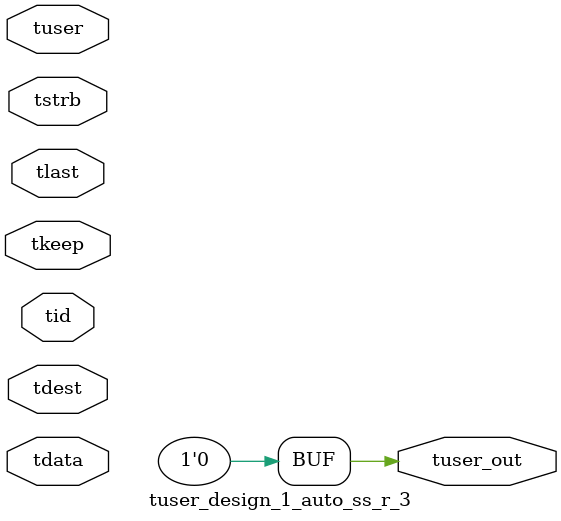
<source format=v>


`timescale 1ps/1ps

module tuser_design_1_auto_ss_r_3 #
(
parameter C_S_AXIS_TUSER_WIDTH = 1,
parameter C_S_AXIS_TDATA_WIDTH = 32,
parameter C_S_AXIS_TID_WIDTH   = 0,
parameter C_S_AXIS_TDEST_WIDTH = 0,
parameter C_M_AXIS_TUSER_WIDTH = 1
)
(
input  [(C_S_AXIS_TUSER_WIDTH == 0 ? 1 : C_S_AXIS_TUSER_WIDTH)-1:0     ] tuser,
input  [(C_S_AXIS_TDATA_WIDTH == 0 ? 1 : C_S_AXIS_TDATA_WIDTH)-1:0     ] tdata,
input  [(C_S_AXIS_TID_WIDTH   == 0 ? 1 : C_S_AXIS_TID_WIDTH)-1:0       ] tid,
input  [(C_S_AXIS_TDEST_WIDTH == 0 ? 1 : C_S_AXIS_TDEST_WIDTH)-1:0     ] tdest,
input  [(C_S_AXIS_TDATA_WIDTH/8)-1:0 ] tkeep,
input  [(C_S_AXIS_TDATA_WIDTH/8)-1:0 ] tstrb,
input                                                                    tlast,
output [C_M_AXIS_TUSER_WIDTH-1:0] tuser_out
);

assign tuser_out = {1'b0};

endmodule


</source>
